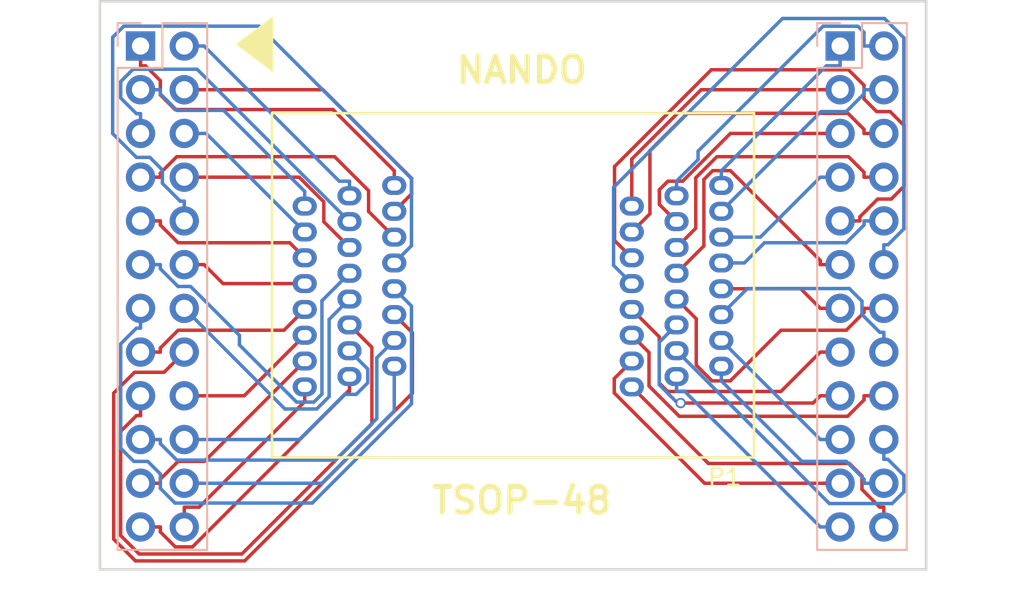
<source format=kicad_pcb>
(kicad_pcb (version 20171130) (host pcbnew 5.0.2-bee76a0~70~ubuntu18.04.1)

  (general
    (thickness 1.6)
    (drawings 7)
    (tracks 300)
    (zones 0)
    (modules 3)
    (nets 49)
  )

  (page A4)
  (layers
    (0 F.Cu signal)
    (31 B.Cu signal)
    (32 B.Adhes user)
    (33 F.Adhes user)
    (34 B.Paste user)
    (35 F.Paste user)
    (36 B.SilkS user)
    (37 F.SilkS user)
    (38 B.Mask user)
    (39 F.Mask user)
    (40 Dwgs.User user)
    (41 Cmts.User user)
    (42 Eco1.User user)
    (43 Eco2.User user)
    (44 Edge.Cuts user)
    (45 Margin user)
    (46 B.CrtYd user)
    (47 F.CrtYd user)
    (48 B.Fab user)
    (49 F.Fab user)
  )

  (setup
    (last_trace_width 0.2)
    (trace_clearance 0.2)
    (zone_clearance 0.508)
    (zone_45_only no)
    (trace_min 0.2)
    (segment_width 0.2)
    (edge_width 0.15)
    (via_size 0.6)
    (via_drill 0.4)
    (via_min_size 0.4)
    (via_min_drill 0.3)
    (uvia_size 0.3)
    (uvia_drill 0.1)
    (uvias_allowed no)
    (uvia_min_size 0.2)
    (uvia_min_drill 0.1)
    (pcb_text_width 0.3)
    (pcb_text_size 1.5 1.5)
    (mod_edge_width 0.15)
    (mod_text_size 1 1)
    (mod_text_width 0.15)
    (pad_size 1.524 1.524)
    (pad_drill 0.762)
    (pad_to_mask_clearance 0.2)
    (solder_mask_min_width 0.25)
    (aux_axis_origin 0 0)
    (visible_elements FFFFFF7F)
    (pcbplotparams
      (layerselection 0x010fc_ffffffff)
      (usegerberextensions false)
      (usegerberattributes true)
      (usegerberadvancedattributes false)
      (creategerberjobfile false)
      (excludeedgelayer true)
      (linewidth 0.100000)
      (plotframeref false)
      (viasonmask false)
      (mode 1)
      (useauxorigin false)
      (hpglpennumber 1)
      (hpglpenspeed 20)
      (hpglpendiameter 15.000000)
      (psnegative false)
      (psa4output false)
      (plotreference true)
      (plotvalue false)
      (plotinvisibletext false)
      (padsonsilk true)
      (subtractmaskfromsilk false)
      (outputformat 1)
      (mirror false)
      (drillshape 0)
      (scaleselection 1)
      (outputdirectory "../../../gerber_adapter_tsop48_v3_4/"))
  )

  (net 0 "")
  (net 1 "Net-(J2-Pad25)")
  (net 2 "Net-(J2-Pad28)")
  (net 3 "Net-(J2-Pad31)")
  (net 4 "Net-(J2-Pad34)")
  (net 5 "Net-(J2-Pad37)")
  (net 6 "Net-(J2-Pad40)")
  (net 7 "Net-(J2-Pad43)")
  (net 8 "Net-(J2-Pad46)")
  (net 9 "Net-(J2-Pad47)")
  (net 10 "Net-(J2-Pad44)")
  (net 11 "Net-(J2-Pad41)")
  (net 12 "Net-(J2-Pad38)")
  (net 13 "Net-(J2-Pad35)")
  (net 14 "Net-(J2-Pad32)")
  (net 15 "Net-(J2-Pad29)")
  (net 16 "Net-(J2-Pad26)")
  (net 17 "Net-(J2-Pad27)")
  (net 18 "Net-(J2-Pad30)")
  (net 19 "Net-(J2-Pad33)")
  (net 20 "Net-(J2-Pad36)")
  (net 21 "Net-(J2-Pad39)")
  (net 22 "Net-(J2-Pad42)")
  (net 23 "Net-(J2-Pad45)")
  (net 24 "Net-(J2-Pad48)")
  (net 25 "Net-(J1-Pad1)")
  (net 26 "Net-(J1-Pad4)")
  (net 27 "Net-(J1-Pad7)")
  (net 28 "Net-(J1-Pad10)")
  (net 29 "Net-(J1-Pad13)")
  (net 30 "Net-(J1-Pad16)")
  (net 31 "Net-(J1-Pad19)")
  (net 32 "Net-(J1-Pad22)")
  (net 33 "Net-(J1-Pad23)")
  (net 34 "Net-(J1-Pad20)")
  (net 35 "Net-(J1-Pad17)")
  (net 36 "Net-(J1-Pad14)")
  (net 37 "Net-(J1-Pad11)")
  (net 38 "Net-(J1-Pad8)")
  (net 39 "Net-(J1-Pad5)")
  (net 40 "Net-(J1-Pad2)")
  (net 41 "Net-(J1-Pad3)")
  (net 42 "Net-(J1-Pad6)")
  (net 43 "Net-(J1-Pad9)")
  (net 44 "Net-(J1-Pad12)")
  (net 45 "Net-(J1-Pad15)")
  (net 46 "Net-(J1-Pad18)")
  (net 47 "Net-(J1-Pad21)")
  (net 48 "Net-(J1-Pad24)")

  (net_class Default "This is the default net class."
    (clearance 0.2)
    (trace_width 0.2)
    (via_dia 0.6)
    (via_drill 0.4)
    (uvia_dia 0.3)
    (uvia_drill 0.1)
    (add_net "Net-(J1-Pad1)")
    (add_net "Net-(J1-Pad10)")
    (add_net "Net-(J1-Pad11)")
    (add_net "Net-(J1-Pad12)")
    (add_net "Net-(J1-Pad13)")
    (add_net "Net-(J1-Pad14)")
    (add_net "Net-(J1-Pad15)")
    (add_net "Net-(J1-Pad16)")
    (add_net "Net-(J1-Pad17)")
    (add_net "Net-(J1-Pad18)")
    (add_net "Net-(J1-Pad19)")
    (add_net "Net-(J1-Pad2)")
    (add_net "Net-(J1-Pad20)")
    (add_net "Net-(J1-Pad21)")
    (add_net "Net-(J1-Pad22)")
    (add_net "Net-(J1-Pad23)")
    (add_net "Net-(J1-Pad24)")
    (add_net "Net-(J1-Pad3)")
    (add_net "Net-(J1-Pad4)")
    (add_net "Net-(J1-Pad5)")
    (add_net "Net-(J1-Pad6)")
    (add_net "Net-(J1-Pad7)")
    (add_net "Net-(J1-Pad8)")
    (add_net "Net-(J1-Pad9)")
    (add_net "Net-(J2-Pad25)")
    (add_net "Net-(J2-Pad26)")
    (add_net "Net-(J2-Pad27)")
    (add_net "Net-(J2-Pad28)")
    (add_net "Net-(J2-Pad29)")
    (add_net "Net-(J2-Pad30)")
    (add_net "Net-(J2-Pad31)")
    (add_net "Net-(J2-Pad32)")
    (add_net "Net-(J2-Pad33)")
    (add_net "Net-(J2-Pad34)")
    (add_net "Net-(J2-Pad35)")
    (add_net "Net-(J2-Pad36)")
    (add_net "Net-(J2-Pad37)")
    (add_net "Net-(J2-Pad38)")
    (add_net "Net-(J2-Pad39)")
    (add_net "Net-(J2-Pad40)")
    (add_net "Net-(J2-Pad41)")
    (add_net "Net-(J2-Pad42)")
    (add_net "Net-(J2-Pad43)")
    (add_net "Net-(J2-Pad44)")
    (add_net "Net-(J2-Pad45)")
    (add_net "Net-(J2-Pad46)")
    (add_net "Net-(J2-Pad47)")
    (add_net "Net-(J2-Pad48)")
  )

  (module lib_fp:PinSocket_2x12_P2.54mm_Vertical_2 (layer B.Cu) (tedit 5CF6B762) (tstamp 5CF82187)
    (at 143.002 85.598 180)
    (descr "Through hole straight socket strip, 2x12, 2.54mm pitch, double cols (from Kicad 4.0.7), script generated")
    (tags "Through hole socket strip THT 2x12 2.54mm double row")
    (path /5CF40FDA)
    (fp_text reference J2 (at -1.27 2.77 180) (layer B.SilkS) hide
      (effects (font (size 1 1) (thickness 0.15)) (justify mirror))
    )
    (fp_text value Conn_02x12_Odd_Even_2 (at -1.27 -30.71 180) (layer B.Fab)
      (effects (font (size 1 1) (thickness 0.15)) (justify mirror))
    )
    (fp_text user %R (at -1.27 -13.97 90) (layer B.Fab)
      (effects (font (size 1 1) (thickness 0.15)) (justify mirror))
    )
    (fp_line (start -4.34 -29.7) (end -4.34 1.8) (layer B.CrtYd) (width 0.05))
    (fp_line (start 1.76 -29.7) (end -4.34 -29.7) (layer B.CrtYd) (width 0.05))
    (fp_line (start 1.76 1.8) (end 1.76 -29.7) (layer B.CrtYd) (width 0.05))
    (fp_line (start -4.34 1.8) (end 1.76 1.8) (layer B.CrtYd) (width 0.05))
    (fp_line (start 0 1.33) (end 1.33 1.33) (layer B.SilkS) (width 0.12))
    (fp_line (start 1.33 1.33) (end 1.33 0) (layer B.SilkS) (width 0.12))
    (fp_line (start -1.27 1.33) (end -1.27 -1.27) (layer B.SilkS) (width 0.12))
    (fp_line (start -1.27 -1.27) (end 1.33 -1.27) (layer B.SilkS) (width 0.12))
    (fp_line (start 1.33 -1.27) (end 1.33 -29.27) (layer B.SilkS) (width 0.12))
    (fp_line (start -3.87 -29.27) (end 1.33 -29.27) (layer B.SilkS) (width 0.12))
    (fp_line (start -3.87 1.33) (end -3.87 -29.27) (layer B.SilkS) (width 0.12))
    (fp_line (start -3.87 1.33) (end -1.27 1.33) (layer B.SilkS) (width 0.12))
    (fp_line (start -3.81 -29.21) (end -3.81 1.27) (layer B.Fab) (width 0.1))
    (fp_line (start 1.27 -29.21) (end -3.81 -29.21) (layer B.Fab) (width 0.1))
    (fp_line (start 1.27 0.27) (end 1.27 -29.21) (layer B.Fab) (width 0.1))
    (fp_line (start 0.27 1.27) (end 1.27 0.27) (layer B.Fab) (width 0.1))
    (fp_line (start -3.81 1.27) (end 0.27 1.27) (layer B.Fab) (width 0.1))
    (pad 25 thru_hole oval (at -2.54 -27.94 180) (size 1.7 1.7) (drill 1) (layers *.Cu *.Mask)
      (net 1 "Net-(J2-Pad25)"))
    (pad 26 thru_hole oval (at 0 -27.94 180) (size 1.7 1.7) (drill 1) (layers *.Cu *.Mask)
      (net 16 "Net-(J2-Pad26)"))
    (pad 27 thru_hole oval (at -2.54 -25.4 180) (size 1.7 1.7) (drill 1) (layers *.Cu *.Mask)
      (net 17 "Net-(J2-Pad27)"))
    (pad 28 thru_hole oval (at 0 -25.4 180) (size 1.7 1.7) (drill 1) (layers *.Cu *.Mask)
      (net 2 "Net-(J2-Pad28)"))
    (pad 29 thru_hole oval (at -2.54 -22.86 180) (size 1.7 1.7) (drill 1) (layers *.Cu *.Mask)
      (net 15 "Net-(J2-Pad29)"))
    (pad 30 thru_hole oval (at 0 -22.86 180) (size 1.7 1.7) (drill 1) (layers *.Cu *.Mask)
      (net 18 "Net-(J2-Pad30)"))
    (pad 31 thru_hole oval (at -2.54 -20.32 180) (size 1.7 1.7) (drill 1) (layers *.Cu *.Mask)
      (net 3 "Net-(J2-Pad31)"))
    (pad 32 thru_hole oval (at 0 -20.32 180) (size 1.7 1.7) (drill 1) (layers *.Cu *.Mask)
      (net 14 "Net-(J2-Pad32)"))
    (pad 33 thru_hole oval (at -2.54 -17.78 180) (size 1.7 1.7) (drill 1) (layers *.Cu *.Mask)
      (net 19 "Net-(J2-Pad33)"))
    (pad 34 thru_hole oval (at 0 -17.78 180) (size 1.7 1.7) (drill 1) (layers *.Cu *.Mask)
      (net 4 "Net-(J2-Pad34)"))
    (pad 35 thru_hole oval (at -2.54 -15.24 180) (size 1.7 1.7) (drill 1) (layers *.Cu *.Mask)
      (net 13 "Net-(J2-Pad35)"))
    (pad 36 thru_hole oval (at 0 -15.24 180) (size 1.7 1.7) (drill 1) (layers *.Cu *.Mask)
      (net 20 "Net-(J2-Pad36)"))
    (pad 37 thru_hole oval (at -2.54 -12.7 180) (size 1.7 1.7) (drill 1) (layers *.Cu *.Mask)
      (net 5 "Net-(J2-Pad37)"))
    (pad 38 thru_hole oval (at 0 -12.7 180) (size 1.7 1.7) (drill 1) (layers *.Cu *.Mask)
      (net 12 "Net-(J2-Pad38)"))
    (pad 39 thru_hole oval (at -2.54 -10.16 180) (size 1.7 1.7) (drill 1) (layers *.Cu *.Mask)
      (net 21 "Net-(J2-Pad39)"))
    (pad 40 thru_hole oval (at 0 -10.16 180) (size 1.7 1.7) (drill 1) (layers *.Cu *.Mask)
      (net 6 "Net-(J2-Pad40)"))
    (pad 41 thru_hole oval (at -2.54 -7.62 180) (size 1.7 1.7) (drill 1) (layers *.Cu *.Mask)
      (net 11 "Net-(J2-Pad41)"))
    (pad 42 thru_hole oval (at 0 -7.62 180) (size 1.7 1.7) (drill 1) (layers *.Cu *.Mask)
      (net 22 "Net-(J2-Pad42)"))
    (pad 43 thru_hole oval (at -2.54 -5.08 180) (size 1.7 1.7) (drill 1) (layers *.Cu *.Mask)
      (net 7 "Net-(J2-Pad43)"))
    (pad 44 thru_hole oval (at 0 -5.08 180) (size 1.7 1.7) (drill 1) (layers *.Cu *.Mask)
      (net 10 "Net-(J2-Pad44)"))
    (pad 45 thru_hole oval (at -2.54 -2.54 180) (size 1.7 1.7) (drill 1) (layers *.Cu *.Mask)
      (net 23 "Net-(J2-Pad45)"))
    (pad 46 thru_hole oval (at 0 -2.54 180) (size 1.7 1.7) (drill 1) (layers *.Cu *.Mask)
      (net 8 "Net-(J2-Pad46)"))
    (pad 47 thru_hole oval (at -2.54 0 180) (size 1.7 1.7) (drill 1) (layers *.Cu *.Mask)
      (net 9 "Net-(J2-Pad47)"))
    (pad 48 thru_hole rect (at 0 0 180) (size 1.7 1.7) (drill 1) (layers *.Cu *.Mask)
      (net 24 "Net-(J2-Pad48)"))
    (model ${KISYS3DMOD}/Connector_PinSocket_2.54mm.3dshapes/PinSocket_2x12_P2.54mm_Vertical.wrl
      (at (xyz 0 0 0))
      (scale (xyz 1 1 1))
      (rotate (xyz 0 0 0))
    )
  )

  (module lib_fp:PinSocket_2x12_P2.54mm_Vertical (layer B.Cu) (tedit 5CF6B75C) (tstamp 5CF821B4)
    (at 102.362 85.598 180)
    (descr "Through hole straight socket strip, 2x12, 2.54mm pitch, double cols (from Kicad 4.0.7), script generated")
    (tags "Through hole socket strip THT 2x12 2.54mm double row")
    (path /5CF40E79)
    (fp_text reference J1 (at -1.27 2.77 180) (layer B.SilkS) hide
      (effects (font (size 1 1) (thickness 0.15)) (justify mirror))
    )
    (fp_text value Conn_02x12_Odd_Even_1 (at -1.27 -30.71 180) (layer B.Fab)
      (effects (font (size 1 1) (thickness 0.15)) (justify mirror))
    )
    (fp_line (start -3.81 1.27) (end 0.27 1.27) (layer B.Fab) (width 0.1))
    (fp_line (start 0.27 1.27) (end 1.27 0.27) (layer B.Fab) (width 0.1))
    (fp_line (start 1.27 0.27) (end 1.27 -29.21) (layer B.Fab) (width 0.1))
    (fp_line (start 1.27 -29.21) (end -3.81 -29.21) (layer B.Fab) (width 0.1))
    (fp_line (start -3.81 -29.21) (end -3.81 1.27) (layer B.Fab) (width 0.1))
    (fp_line (start -3.87 1.33) (end -1.27 1.33) (layer B.SilkS) (width 0.12))
    (fp_line (start -3.87 1.33) (end -3.87 -29.27) (layer B.SilkS) (width 0.12))
    (fp_line (start -3.87 -29.27) (end 1.33 -29.27) (layer B.SilkS) (width 0.12))
    (fp_line (start 1.33 -1.27) (end 1.33 -29.27) (layer B.SilkS) (width 0.12))
    (fp_line (start -1.27 -1.27) (end 1.33 -1.27) (layer B.SilkS) (width 0.12))
    (fp_line (start -1.27 1.33) (end -1.27 -1.27) (layer B.SilkS) (width 0.12))
    (fp_line (start 1.33 1.33) (end 1.33 0) (layer B.SilkS) (width 0.12))
    (fp_line (start 0 1.33) (end 1.33 1.33) (layer B.SilkS) (width 0.12))
    (fp_line (start -4.34 1.8) (end 1.76 1.8) (layer B.CrtYd) (width 0.05))
    (fp_line (start 1.76 1.8) (end 1.76 -29.7) (layer B.CrtYd) (width 0.05))
    (fp_line (start 1.76 -29.7) (end -4.34 -29.7) (layer B.CrtYd) (width 0.05))
    (fp_line (start -4.34 -29.7) (end -4.34 1.8) (layer B.CrtYd) (width 0.05))
    (fp_text user %R (at -1.27 -13.97 90) (layer B.Fab)
      (effects (font (size 1 1) (thickness 0.15)) (justify mirror))
    )
    (pad 1 thru_hole rect (at 0 0 180) (size 1.7 1.7) (drill 1) (layers *.Cu *.Mask)
      (net 25 "Net-(J1-Pad1)"))
    (pad 2 thru_hole oval (at -2.54 0 180) (size 1.7 1.7) (drill 1) (layers *.Cu *.Mask)
      (net 40 "Net-(J1-Pad2)"))
    (pad 3 thru_hole oval (at 0 -2.54 180) (size 1.7 1.7) (drill 1) (layers *.Cu *.Mask)
      (net 41 "Net-(J1-Pad3)"))
    (pad 4 thru_hole oval (at -2.54 -2.54 180) (size 1.7 1.7) (drill 1) (layers *.Cu *.Mask)
      (net 26 "Net-(J1-Pad4)"))
    (pad 5 thru_hole oval (at 0 -5.08 180) (size 1.7 1.7) (drill 1) (layers *.Cu *.Mask)
      (net 39 "Net-(J1-Pad5)"))
    (pad 6 thru_hole oval (at -2.54 -5.08 180) (size 1.7 1.7) (drill 1) (layers *.Cu *.Mask)
      (net 42 "Net-(J1-Pad6)"))
    (pad 7 thru_hole oval (at 0 -7.62 180) (size 1.7 1.7) (drill 1) (layers *.Cu *.Mask)
      (net 27 "Net-(J1-Pad7)"))
    (pad 8 thru_hole oval (at -2.54 -7.62 180) (size 1.7 1.7) (drill 1) (layers *.Cu *.Mask)
      (net 38 "Net-(J1-Pad8)"))
    (pad 9 thru_hole oval (at 0 -10.16 180) (size 1.7 1.7) (drill 1) (layers *.Cu *.Mask)
      (net 43 "Net-(J1-Pad9)"))
    (pad 10 thru_hole oval (at -2.54 -10.16 180) (size 1.7 1.7) (drill 1) (layers *.Cu *.Mask)
      (net 28 "Net-(J1-Pad10)"))
    (pad 11 thru_hole oval (at 0 -12.7 180) (size 1.7 1.7) (drill 1) (layers *.Cu *.Mask)
      (net 37 "Net-(J1-Pad11)"))
    (pad 12 thru_hole oval (at -2.54 -12.7 180) (size 1.7 1.7) (drill 1) (layers *.Cu *.Mask)
      (net 44 "Net-(J1-Pad12)"))
    (pad 13 thru_hole oval (at 0 -15.24 180) (size 1.7 1.7) (drill 1) (layers *.Cu *.Mask)
      (net 29 "Net-(J1-Pad13)"))
    (pad 14 thru_hole oval (at -2.54 -15.24 180) (size 1.7 1.7) (drill 1) (layers *.Cu *.Mask)
      (net 36 "Net-(J1-Pad14)"))
    (pad 15 thru_hole oval (at 0 -17.78 180) (size 1.7 1.7) (drill 1) (layers *.Cu *.Mask)
      (net 45 "Net-(J1-Pad15)"))
    (pad 16 thru_hole oval (at -2.54 -17.78 180) (size 1.7 1.7) (drill 1) (layers *.Cu *.Mask)
      (net 30 "Net-(J1-Pad16)"))
    (pad 17 thru_hole oval (at 0 -20.32 180) (size 1.7 1.7) (drill 1) (layers *.Cu *.Mask)
      (net 35 "Net-(J1-Pad17)"))
    (pad 18 thru_hole oval (at -2.54 -20.32 180) (size 1.7 1.7) (drill 1) (layers *.Cu *.Mask)
      (net 46 "Net-(J1-Pad18)"))
    (pad 19 thru_hole oval (at 0 -22.86 180) (size 1.7 1.7) (drill 1) (layers *.Cu *.Mask)
      (net 31 "Net-(J1-Pad19)"))
    (pad 20 thru_hole oval (at -2.54 -22.86 180) (size 1.7 1.7) (drill 1) (layers *.Cu *.Mask)
      (net 34 "Net-(J1-Pad20)"))
    (pad 21 thru_hole oval (at 0 -25.4 180) (size 1.7 1.7) (drill 1) (layers *.Cu *.Mask)
      (net 47 "Net-(J1-Pad21)"))
    (pad 22 thru_hole oval (at -2.54 -25.4 180) (size 1.7 1.7) (drill 1) (layers *.Cu *.Mask)
      (net 32 "Net-(J1-Pad22)"))
    (pad 23 thru_hole oval (at 0 -27.94 180) (size 1.7 1.7) (drill 1) (layers *.Cu *.Mask)
      (net 33 "Net-(J1-Pad23)"))
    (pad 24 thru_hole oval (at -2.54 -27.94 180) (size 1.7 1.7) (drill 1) (layers *.Cu *.Mask)
      (net 48 "Net-(J1-Pad24)"))
    (model ${KISYS3DMOD}/Connector_PinSocket_2.54mm.3dshapes/PinSocket_2x12_P2.54mm_Vertical.wrl
      (at (xyz 0 0 0))
      (scale (xyz 1 1 1))
      (rotate (xyz 0 0 0))
    )
  )

  (module lib_fp:TSOP-48 (layer F.Cu) (tedit 5CF3EA76) (tstamp 5CF5FECE)
    (at 138 89.5)
    (path /5CF40DF6)
    (fp_text reference P1 (at -1.7 21.14) (layer F.SilkS)
      (effects (font (size 1 1) (thickness 0.15)))
    )
    (fp_text value TSOP-48_adapter (at -21 -1) (layer F.Fab) hide
      (effects (font (size 1 1) (thickness 0.15)))
    )
    (fp_line (start -28 0) (end 0 0) (layer F.SilkS) (width 0.15))
    (fp_line (start 0 0) (end 0 20) (layer F.SilkS) (width 0.15))
    (fp_line (start 0 20) (end -28 20) (layer F.SilkS) (width 0.15))
    (fp_line (start -28 20) (end -28 0) (layer F.SilkS) (width 0.15))
    (fp_line (start -28.067 -0.127) (end -28.067 20.066) (layer F.CrtYd) (width 0.15))
    (fp_line (start -28.067 20.066) (end 0.127 20.066) (layer F.CrtYd) (width 0.15))
    (fp_line (start 0.127 20.066) (end 0.127 -0.127) (layer F.CrtYd) (width 0.15))
    (fp_line (start 0.127 -0.127) (end -28.067 -0.127) (layer F.CrtYd) (width 0.15))
    (pad 25 thru_hole oval (at -7.1 15.9) (size 1.4 1.1) (drill oval 0.8 0.6) (layers *.Cu *.Mask)
      (net 1 "Net-(J2-Pad25)"))
    (pad 28 thru_hole oval (at -7.1 14.4) (size 1.4 1.1) (drill oval 0.8 0.6) (layers *.Cu *.Mask)
      (net 2 "Net-(J2-Pad28)"))
    (pad 31 thru_hole oval (at -7.1 12.9) (size 1.4 1.1) (drill oval 0.8 0.6) (layers *.Cu *.Mask)
      (net 3 "Net-(J2-Pad31)"))
    (pad 34 thru_hole oval (at -7.1 11.4) (size 1.4 1.1) (drill oval 0.8 0.6) (layers *.Cu *.Mask)
      (net 4 "Net-(J2-Pad34)"))
    (pad 37 thru_hole oval (at -7.1 9.9) (size 1.4 1.1) (drill oval 0.8 0.6) (layers *.Cu *.Mask)
      (net 5 "Net-(J2-Pad37)"))
    (pad 40 thru_hole oval (at -7.1 8.4) (size 1.4 1.1) (drill oval 0.8 0.6) (layers *.Cu *.Mask)
      (net 6 "Net-(J2-Pad40)"))
    (pad 43 thru_hole oval (at -7.1 6.9) (size 1.4 1.1) (drill oval 0.8 0.6) (layers *.Cu *.Mask)
      (net 7 "Net-(J2-Pad43)"))
    (pad 46 thru_hole oval (at -7.1 5.4) (size 1.4 1.1) (drill oval 0.8 0.6) (layers *.Cu *.Mask)
      (net 8 "Net-(J2-Pad46)"))
    (pad 47 thru_hole oval (at -4.5 4.8) (size 1.4 1.1) (drill oval 0.8 0.6) (layers *.Cu *.Mask)
      (net 9 "Net-(J2-Pad47)"))
    (pad 44 thru_hole oval (at -4.5 6.3) (size 1.4 1.1) (drill oval 0.8 0.6) (layers *.Cu *.Mask)
      (net 10 "Net-(J2-Pad44)"))
    (pad 41 thru_hole oval (at -4.5 7.8) (size 1.4 1.1) (drill oval 0.8 0.6) (layers *.Cu *.Mask)
      (net 11 "Net-(J2-Pad41)"))
    (pad 38 thru_hole oval (at -4.5 9.3) (size 1.4 1.1) (drill oval 0.8 0.6) (layers *.Cu *.Mask)
      (net 12 "Net-(J2-Pad38)"))
    (pad 35 thru_hole oval (at -4.5 10.8) (size 1.4 1.1) (drill oval 0.8 0.6) (layers *.Cu *.Mask)
      (net 13 "Net-(J2-Pad35)"))
    (pad 32 thru_hole oval (at -4.5 12.3) (size 1.4 1.1) (drill oval 0.8 0.6) (layers *.Cu *.Mask)
      (net 14 "Net-(J2-Pad32)"))
    (pad 29 thru_hole oval (at -4.5 13.8) (size 1.4 1.1) (drill oval 0.8 0.6) (layers *.Cu *.Mask)
      (net 15 "Net-(J2-Pad29)"))
    (pad 26 thru_hole oval (at -4.5 15.3) (size 1.4 1.1) (drill oval 0.8 0.6) (layers *.Cu *.Mask)
      (net 16 "Net-(J2-Pad26)"))
    (pad 27 thru_hole oval (at -1.9 14.7) (size 1.4 1.1) (drill oval 0.8 0.6) (layers *.Cu *.Mask)
      (net 17 "Net-(J2-Pad27)"))
    (pad 30 thru_hole oval (at -1.9 13.2) (size 1.4 1.1) (drill oval 0.8 0.6) (layers *.Cu *.Mask)
      (net 18 "Net-(J2-Pad30)"))
    (pad 33 thru_hole oval (at -1.9 11.7) (size 1.4 1.1) (drill oval 0.8 0.6) (layers *.Cu *.Mask)
      (net 19 "Net-(J2-Pad33)"))
    (pad 36 thru_hole oval (at -1.9 10.2) (size 1.4 1.1) (drill oval 0.8 0.6) (layers *.Cu *.Mask)
      (net 20 "Net-(J2-Pad36)"))
    (pad 39 thru_hole oval (at -1.9 8.7) (size 1.4 1.1) (drill oval 0.8 0.6) (layers *.Cu *.Mask)
      (net 21 "Net-(J2-Pad39)"))
    (pad 42 thru_hole oval (at -1.9 7.2) (size 1.4 1.1) (drill oval 0.8 0.6) (layers *.Cu *.Mask)
      (net 22 "Net-(J2-Pad42)"))
    (pad 45 thru_hole oval (at -1.9 5.7) (size 1.4 1.1) (drill oval 0.8 0.6) (layers *.Cu *.Mask)
      (net 23 "Net-(J2-Pad45)"))
    (pad 48 thru_hole oval (at -1.9 4.2) (size 1.4 1.1) (drill oval 0.8 0.6) (layers *.Cu *.Mask)
      (net 24 "Net-(J2-Pad48)"))
    (pad 1 thru_hole oval (at -20.9 4.2) (size 1.4 1.1) (drill oval 0.8 0.6) (layers *.Cu *.Mask)
      (net 25 "Net-(J1-Pad1)"))
    (pad 4 thru_hole oval (at -20.9 5.7) (size 1.4 1.1) (drill oval 0.8 0.6) (layers *.Cu *.Mask)
      (net 26 "Net-(J1-Pad4)"))
    (pad 7 thru_hole oval (at -20.9 7.2) (size 1.4 1.1) (drill oval 0.8 0.6) (layers *.Cu *.Mask)
      (net 27 "Net-(J1-Pad7)"))
    (pad 10 thru_hole oval (at -20.9 8.7) (size 1.4 1.1) (drill oval 0.8 0.6) (layers *.Cu *.Mask)
      (net 28 "Net-(J1-Pad10)"))
    (pad 13 thru_hole oval (at -20.9 10.2) (size 1.4 1.1) (drill oval 0.8 0.6) (layers *.Cu *.Mask)
      (net 29 "Net-(J1-Pad13)"))
    (pad 16 thru_hole oval (at -20.9 11.7) (size 1.4 1.1) (drill oval 0.8 0.6) (layers *.Cu *.Mask)
      (net 30 "Net-(J1-Pad16)"))
    (pad 19 thru_hole oval (at -20.9 13.2) (size 1.4 1.1) (drill oval 0.8 0.6) (layers *.Cu *.Mask)
      (net 31 "Net-(J1-Pad19)"))
    (pad 22 thru_hole oval (at -20.9 14.7) (size 1.4 1.1) (drill oval 0.8 0.6) (layers *.Cu *.Mask)
      (net 32 "Net-(J1-Pad22)"))
    (pad 23 thru_hole oval (at -23.5 15.3) (size 1.4 1.1) (drill oval 0.8 0.6) (layers *.Cu *.Mask)
      (net 33 "Net-(J1-Pad23)"))
    (pad 20 thru_hole oval (at -23.5 13.8) (size 1.4 1.1) (drill oval 0.8 0.6) (layers *.Cu *.Mask)
      (net 34 "Net-(J1-Pad20)"))
    (pad 17 thru_hole oval (at -23.5 12.3) (size 1.4 1.1) (drill oval 0.8 0.6) (layers *.Cu *.Mask)
      (net 35 "Net-(J1-Pad17)"))
    (pad 14 thru_hole oval (at -23.5 10.8) (size 1.4 1.1) (drill oval 0.8 0.6) (layers *.Cu *.Mask)
      (net 36 "Net-(J1-Pad14)"))
    (pad 11 thru_hole oval (at -23.5 9.3) (size 1.4 1.1) (drill oval 0.8 0.6) (layers *.Cu *.Mask)
      (net 37 "Net-(J1-Pad11)"))
    (pad 8 thru_hole oval (at -23.5 7.8) (size 1.4 1.1) (drill oval 0.8 0.6) (layers *.Cu *.Mask)
      (net 38 "Net-(J1-Pad8)"))
    (pad 5 thru_hole oval (at -23.5 6.3) (size 1.4 1.1) (drill oval 0.8 0.6) (layers *.Cu *.Mask)
      (net 39 "Net-(J1-Pad5)"))
    (pad 2 thru_hole oval (at -23.5 4.8) (size 1.4 1.1) (drill oval 0.8 0.6) (layers *.Cu *.Mask)
      (net 40 "Net-(J1-Pad2)"))
    (pad 3 thru_hole oval (at -26.1 5.4) (size 1.4 1.1) (drill oval 0.8 0.6) (layers *.Cu *.Mask)
      (net 41 "Net-(J1-Pad3)"))
    (pad 6 thru_hole oval (at -26.1 6.9) (size 1.4 1.1) (drill oval 0.8 0.6) (layers *.Cu *.Mask)
      (net 42 "Net-(J1-Pad6)"))
    (pad 9 thru_hole oval (at -26.1 8.4) (size 1.4 1.1) (drill oval 0.8 0.6) (layers *.Cu *.Mask)
      (net 43 "Net-(J1-Pad9)"))
    (pad 12 thru_hole oval (at -26.1 9.9) (size 1.4 1.1) (drill oval 0.8 0.6) (layers *.Cu *.Mask)
      (net 44 "Net-(J1-Pad12)"))
    (pad 15 thru_hole oval (at -26.1 11.4) (size 1.4 1.1) (drill oval 0.8 0.6) (layers *.Cu *.Mask)
      (net 45 "Net-(J1-Pad15)"))
    (pad 18 thru_hole oval (at -26.1 12.9) (size 1.4 1.1) (drill oval 0.8 0.6) (layers *.Cu *.Mask)
      (net 46 "Net-(J1-Pad18)"))
    (pad 21 thru_hole oval (at -26.1 14.4) (size 1.4 1.1) (drill oval 0.8 0.6) (layers *.Cu *.Mask)
      (net 47 "Net-(J1-Pad21)"))
    (pad 24 thru_hole oval (at -26.1 15.9) (size 1.4 1.1) (drill oval 0.8 0.6) (layers *.Cu *.Mask)
      (net 48 "Net-(J1-Pad24)"))
    (pad "" np_thru_hole circle (at -23.4 17.6) (size 1.7 1.7) (drill 1.7) (layers *.Cu *.Mask))
    (pad "" np_thru_hole circle (at -4.6 2.4) (size 1.7 1.7) (drill 1.7) (layers *.Cu *.Mask))
  )

  (gr_text NANDO (at 124.5 87) (layer F.SilkS)
    (effects (font (size 1.5 1.5) (thickness 0.3)))
  )
  (gr_poly (pts (xy 108 85.5) (xy 110 84) (xy 110 87)) (layer F.SilkS) (width 0.15))
  (gr_text TSOP-48 (at 124.5 112) (layer F.SilkS)
    (effects (font (size 1.5 1.5) (thickness 0.3)))
  )
  (gr_line (start 100 116) (end 100 83) (layer Edge.Cuts) (width 0.15))
  (gr_line (start 148 116) (end 100 116) (layer Edge.Cuts) (width 0.15))
  (gr_line (start 148 83) (end 148 116) (layer Edge.Cuts) (width 0.15))
  (gr_line (start 100 83) (end 148 83) (layer Edge.Cuts) (width 0.15))

  (segment (start 145.542 113.538) (end 145.542 112.3877) (width 0.2) (layer F.Cu) (net 1))
  (segment (start 130.9 105.4) (end 135.3476 109.8476) (width 0.2) (layer F.Cu) (net 1))
  (segment (start 135.3476 109.8476) (end 143.5401 109.8476) (width 0.2) (layer F.Cu) (net 1))
  (segment (start 143.5401 109.8476) (end 144.272 110.5795) (width 0.2) (layer F.Cu) (net 1))
  (segment (start 144.272 110.5795) (end 144.272 111.3561) (width 0.2) (layer F.Cu) (net 1))
  (segment (start 144.272 111.3561) (end 145.3036 112.3877) (width 0.2) (layer F.Cu) (net 1))
  (segment (start 145.3036 112.3877) (end 145.542 112.3877) (width 0.2) (layer F.Cu) (net 1))
  (segment (start 130.9 103.9) (end 129.8803 104.9197) (width 0.2) (layer F.Cu) (net 2))
  (segment (start 129.8803 104.9197) (end 129.8803 105.7525) (width 0.2) (layer F.Cu) (net 2))
  (segment (start 129.8803 105.7525) (end 135.1258 110.998) (width 0.2) (layer F.Cu) (net 2))
  (segment (start 135.1258 110.998) (end 143.002 110.998) (width 0.2) (layer F.Cu) (net 2))
  (segment (start 130.9 102.4) (end 131.9004 103.4004) (width 0.2) (layer F.Cu) (net 3))
  (segment (start 131.9004 103.4004) (end 131.9004 105.3498) (width 0.2) (layer F.Cu) (net 3))
  (segment (start 131.9004 105.3498) (end 133.6592 107.1086) (width 0.2) (layer F.Cu) (net 3))
  (segment (start 133.6592 107.1086) (end 143.4394 107.1086) (width 0.2) (layer F.Cu) (net 3))
  (segment (start 143.4394 107.1086) (end 144.3917 106.1563) (width 0.2) (layer F.Cu) (net 3))
  (segment (start 144.3917 106.1563) (end 144.3917 105.918) (width 0.2) (layer F.Cu) (net 3))
  (segment (start 145.542 105.918) (end 144.3917 105.918) (width 0.2) (layer F.Cu) (net 3))
  (segment (start 143.002 103.378) (end 141.8517 103.378) (width 0.2) (layer F.Cu) (net 4))
  (segment (start 130.9 100.9) (end 132.4918 102.4918) (width 0.2) (layer F.Cu) (net 4))
  (segment (start 132.4918 102.4918) (end 132.4918 105.1756) (width 0.2) (layer F.Cu) (net 4))
  (segment (start 132.4918 105.1756) (end 132.984 105.6678) (width 0.2) (layer F.Cu) (net 4))
  (segment (start 132.984 105.6678) (end 139.5619 105.6678) (width 0.2) (layer F.Cu) (net 4))
  (segment (start 139.5619 105.6678) (end 141.8517 103.378) (width 0.2) (layer F.Cu) (net 4))
  (segment (start 145.542 98.298) (end 145.542 97.1477) (width 0.2) (layer B.Cu) (net 5))
  (segment (start 130.9 99.4) (end 129.8419 98.3419) (width 0.2) (layer B.Cu) (net 5))
  (segment (start 129.8419 98.3419) (end 129.8419 93.8112) (width 0.2) (layer B.Cu) (net 5))
  (segment (start 129.8419 93.8112) (end 139.6534 83.9997) (width 0.2) (layer B.Cu) (net 5))
  (segment (start 139.6534 83.9997) (end 145.5806 83.9997) (width 0.2) (layer B.Cu) (net 5))
  (segment (start 145.5806 83.9997) (end 146.7013 85.1204) (width 0.2) (layer B.Cu) (net 5))
  (segment (start 146.7013 85.1204) (end 146.7013 96.2267) (width 0.2) (layer B.Cu) (net 5))
  (segment (start 146.7013 96.2267) (end 145.7803 97.1477) (width 0.2) (layer B.Cu) (net 5))
  (segment (start 145.7803 97.1477) (end 145.542 97.1477) (width 0.2) (layer B.Cu) (net 5))
  (segment (start 143.002 95.758) (end 144.1523 95.758) (width 0.2) (layer F.Cu) (net 6))
  (segment (start 130.9 97.9) (end 129.8974 96.8974) (width 0.2) (layer F.Cu) (net 6))
  (segment (start 129.8974 96.8974) (end 129.8974 92.5994) (width 0.2) (layer F.Cu) (net 6))
  (segment (start 129.8974 92.5994) (end 135.5175 86.9793) (width 0.2) (layer F.Cu) (net 6))
  (segment (start 135.5175 86.9793) (end 143.4926 86.9793) (width 0.2) (layer F.Cu) (net 6))
  (segment (start 143.4926 86.9793) (end 144.3916 87.8783) (width 0.2) (layer F.Cu) (net 6))
  (segment (start 144.3916 87.8783) (end 144.3916 88.6761) (width 0.2) (layer F.Cu) (net 6))
  (segment (start 144.3916 88.6761) (end 145.1235 89.408) (width 0.2) (layer F.Cu) (net 6))
  (segment (start 145.1235 89.408) (end 145.908 89.408) (width 0.2) (layer F.Cu) (net 6))
  (segment (start 145.908 89.408) (end 146.748 90.248) (width 0.2) (layer F.Cu) (net 6))
  (segment (start 146.748 90.248) (end 146.748 93.7128) (width 0.2) (layer F.Cu) (net 6))
  (segment (start 146.748 93.7128) (end 145.9728 94.488) (width 0.2) (layer F.Cu) (net 6))
  (segment (start 145.9728 94.488) (end 145.1839 94.488) (width 0.2) (layer F.Cu) (net 6))
  (segment (start 145.1839 94.488) (end 144.1523 95.5196) (width 0.2) (layer F.Cu) (net 6))
  (segment (start 144.1523 95.5196) (end 144.1523 95.758) (width 0.2) (layer F.Cu) (net 6))
  (segment (start 145.542 90.678) (end 144.3917 90.678) (width 0.2) (layer F.Cu) (net 7))
  (segment (start 130.9 96.4) (end 131.9538 95.3462) (width 0.2) (layer F.Cu) (net 7))
  (segment (start 131.9538 95.3462) (end 131.9538 91.677) (width 0.2) (layer F.Cu) (net 7))
  (segment (start 131.9538 91.677) (end 134.1227 89.5081) (width 0.2) (layer F.Cu) (net 7))
  (segment (start 134.1227 89.5081) (end 143.4601 89.5081) (width 0.2) (layer F.Cu) (net 7))
  (segment (start 143.4601 89.5081) (end 144.3917 90.4397) (width 0.2) (layer F.Cu) (net 7))
  (segment (start 144.3917 90.4397) (end 144.3917 90.678) (width 0.2) (layer F.Cu) (net 7))
  (segment (start 130.9 94.9) (end 130.9 92.1645) (width 0.2) (layer F.Cu) (net 8))
  (segment (start 130.9 92.1645) (end 134.9265 88.138) (width 0.2) (layer F.Cu) (net 8))
  (segment (start 134.9265 88.138) (end 143.002 88.138) (width 0.2) (layer F.Cu) (net 8))
  (segment (start 133.5 94.3) (end 133.5 93.4497) (width 0.2) (layer B.Cu) (net 9))
  (segment (start 145.542 85.598) (end 144.3917 85.598) (width 0.2) (layer B.Cu) (net 9))
  (segment (start 144.3917 85.598) (end 144.3917 84.8072) (width 0.2) (layer B.Cu) (net 9))
  (segment (start 144.3917 84.8072) (end 144.0321 84.4476) (width 0.2) (layer B.Cu) (net 9))
  (segment (start 144.0321 84.4476) (end 142.0085 84.4476) (width 0.2) (layer B.Cu) (net 9))
  (segment (start 142.0085 84.4476) (end 134.7496 91.7065) (width 0.2) (layer B.Cu) (net 9))
  (segment (start 134.7496 91.7065) (end 134.7496 92.2001) (width 0.2) (layer B.Cu) (net 9))
  (segment (start 134.7496 92.2001) (end 133.5 93.4497) (width 0.2) (layer B.Cu) (net 9))
  (segment (start 143.002 90.678) (end 136.6287 90.678) (width 0.2) (layer F.Cu) (net 10))
  (segment (start 136.6287 90.678) (end 133.857 93.4497) (width 0.2) (layer F.Cu) (net 10))
  (segment (start 133.857 93.4497) (end 132.9978 93.4497) (width 0.2) (layer F.Cu) (net 10))
  (segment (start 132.9978 93.4497) (end 132.4997 93.9478) (width 0.2) (layer F.Cu) (net 10))
  (segment (start 132.4997 93.9478) (end 132.4997 94.7997) (width 0.2) (layer F.Cu) (net 10))
  (segment (start 132.4997 94.7997) (end 133.5 95.8) (width 0.2) (layer F.Cu) (net 10))
  (segment (start 144.3917 93.218) (end 144.3917 92.9304) (width 0.2) (layer F.Cu) (net 11))
  (segment (start 144.3917 92.9304) (end 143.4908 92.0295) (width 0.2) (layer F.Cu) (net 11))
  (segment (start 143.4908 92.0295) (end 135.8433 92.0295) (width 0.2) (layer F.Cu) (net 11))
  (segment (start 135.8433 92.0295) (end 134.6173 93.2555) (width 0.2) (layer F.Cu) (net 11))
  (segment (start 134.6173 93.2555) (end 134.6173 96.1827) (width 0.2) (layer F.Cu) (net 11))
  (segment (start 134.6173 96.1827) (end 133.5 97.3) (width 0.2) (layer F.Cu) (net 11))
  (segment (start 145.542 93.218) (end 144.3917 93.218) (width 0.2) (layer F.Cu) (net 11))
  (segment (start 143.002 98.298) (end 141.8517 98.298) (width 0.2) (layer F.Cu) (net 12))
  (segment (start 133.5 98.8) (end 135.0882 97.2118) (width 0.2) (layer F.Cu) (net 12))
  (segment (start 135.0882 97.2118) (end 135.0882 93.3507) (width 0.2) (layer F.Cu) (net 12))
  (segment (start 135.0882 93.3507) (end 135.6008 92.8381) (width 0.2) (layer F.Cu) (net 12))
  (segment (start 135.6008 92.8381) (end 136.6301 92.8381) (width 0.2) (layer F.Cu) (net 12))
  (segment (start 136.6301 92.8381) (end 141.8517 98.0597) (width 0.2) (layer F.Cu) (net 12))
  (segment (start 141.8517 98.0597) (end 141.8517 98.298) (width 0.2) (layer F.Cu) (net 12))
  (segment (start 145.542 100.838) (end 144.3917 100.838) (width 0.2) (layer F.Cu) (net 13))
  (segment (start 133.5 100.3) (end 134.644 101.444) (width 0.2) (layer F.Cu) (net 13))
  (segment (start 134.644 101.444) (end 134.644 104.1392) (width 0.2) (layer F.Cu) (net 13))
  (segment (start 134.644 104.1392) (end 135.5556 105.0508) (width 0.2) (layer F.Cu) (net 13))
  (segment (start 135.5556 105.0508) (end 136.6232 105.0508) (width 0.2) (layer F.Cu) (net 13))
  (segment (start 136.6232 105.0508) (end 139.566 102.108) (width 0.2) (layer F.Cu) (net 13))
  (segment (start 139.566 102.108) (end 143.36 102.108) (width 0.2) (layer F.Cu) (net 13))
  (segment (start 143.36 102.108) (end 144.3917 101.0763) (width 0.2) (layer F.Cu) (net 13))
  (segment (start 144.3917 101.0763) (end 144.3917 100.838) (width 0.2) (layer F.Cu) (net 13))
  (segment (start 143.002 105.918) (end 141.8517 105.918) (width 0.2) (layer F.Cu) (net 14))
  (segment (start 133.7394 106.3399) (end 141.4298 106.3399) (width 0.2) (layer F.Cu) (net 14))
  (segment (start 141.4298 106.3399) (end 141.8517 105.918) (width 0.2) (layer F.Cu) (net 14))
  (segment (start 133.5 101.8) (end 132.4935 102.8065) (width 0.2) (layer B.Cu) (net 14))
  (segment (start 132.4935 102.8065) (end 132.4935 105.2721) (width 0.2) (layer B.Cu) (net 14))
  (segment (start 132.4935 105.2721) (end 133.5613 106.3399) (width 0.2) (layer B.Cu) (net 14))
  (segment (start 133.5613 106.3399) (end 133.7394 106.3399) (width 0.2) (layer B.Cu) (net 14))
  (via (at 133.7394 106.3399) (size 0.6) (layers F.Cu B.Cu) (net 14))
  (segment (start 145.542 108.458) (end 145.542 109.6083) (width 0.2) (layer B.Cu) (net 15))
  (segment (start 133.5 103.3) (end 142.3765 112.1765) (width 0.2) (layer B.Cu) (net 15))
  (segment (start 142.3765 112.1765) (end 146.0263 112.1765) (width 0.2) (layer B.Cu) (net 15))
  (segment (start 146.0263 112.1765) (end 146.7053 111.4975) (width 0.2) (layer B.Cu) (net 15))
  (segment (start 146.7053 111.4975) (end 146.7053 110.5333) (width 0.2) (layer B.Cu) (net 15))
  (segment (start 146.7053 110.5333) (end 145.7803 109.6083) (width 0.2) (layer B.Cu) (net 15))
  (segment (start 145.7803 109.6083) (end 145.542 109.6083) (width 0.2) (layer B.Cu) (net 15))
  (segment (start 143.002 113.538) (end 141.8517 113.538) (width 0.2) (layer B.Cu) (net 16))
  (segment (start 133.5 104.8) (end 133.5 105.6503) (width 0.2) (layer B.Cu) (net 16))
  (segment (start 133.5 105.6503) (end 133.964 105.6503) (width 0.2) (layer B.Cu) (net 16))
  (segment (start 133.964 105.6503) (end 141.8517 113.538) (width 0.2) (layer B.Cu) (net 16))
  (segment (start 145.542 110.998) (end 144.3917 110.998) (width 0.2) (layer B.Cu) (net 17))
  (segment (start 136.1 104.2) (end 136.1 105.0503) (width 0.2) (layer B.Cu) (net 17))
  (segment (start 136.1 105.0503) (end 140.7777 109.728) (width 0.2) (layer B.Cu) (net 17))
  (segment (start 140.7777 109.728) (end 143.36 109.728) (width 0.2) (layer B.Cu) (net 17))
  (segment (start 143.36 109.728) (end 144.3917 110.7597) (width 0.2) (layer B.Cu) (net 17))
  (segment (start 144.3917 110.7597) (end 144.3917 110.998) (width 0.2) (layer B.Cu) (net 17))
  (segment (start 143.002 108.458) (end 141.8517 108.458) (width 0.2) (layer B.Cu) (net 18))
  (segment (start 136.1 102.7) (end 141.8517 108.4517) (width 0.2) (layer B.Cu) (net 18))
  (segment (start 141.8517 108.4517) (end 141.8517 108.458) (width 0.2) (layer B.Cu) (net 18))
  (segment (start 145.542 103.378) (end 145.542 102.2277) (width 0.2) (layer B.Cu) (net 19))
  (segment (start 136.1 101.2) (end 137.6124 99.6876) (width 0.2) (layer B.Cu) (net 19))
  (segment (start 137.6124 99.6876) (end 143.5401 99.6876) (width 0.2) (layer B.Cu) (net 19))
  (segment (start 143.5401 99.6876) (end 144.272 100.4195) (width 0.2) (layer B.Cu) (net 19))
  (segment (start 144.272 100.4195) (end 144.272 101.1961) (width 0.2) (layer B.Cu) (net 19))
  (segment (start 144.272 101.1961) (end 145.3036 102.2277) (width 0.2) (layer B.Cu) (net 19))
  (segment (start 145.3036 102.2277) (end 145.542 102.2277) (width 0.2) (layer B.Cu) (net 19))
  (segment (start 143.002 100.838) (end 141.8517 100.838) (width 0.2) (layer F.Cu) (net 20))
  (segment (start 136.1 99.7) (end 140.7137 99.7) (width 0.2) (layer F.Cu) (net 20))
  (segment (start 140.7137 99.7) (end 141.8517 100.838) (width 0.2) (layer F.Cu) (net 20))
  (segment (start 145.542 95.758) (end 144.3917 95.758) (width 0.2) (layer B.Cu) (net 21))
  (segment (start 136.1 98.2) (end 137.436 98.2) (width 0.2) (layer B.Cu) (net 21))
  (segment (start 137.436 98.2) (end 138.608 97.028) (width 0.2) (layer B.Cu) (net 21))
  (segment (start 138.608 97.028) (end 143.36 97.028) (width 0.2) (layer B.Cu) (net 21))
  (segment (start 143.36 97.028) (end 144.3917 95.9963) (width 0.2) (layer B.Cu) (net 21))
  (segment (start 144.3917 95.9963) (end 144.3917 95.758) (width 0.2) (layer B.Cu) (net 21))
  (segment (start 143.002 93.218) (end 141.8517 93.218) (width 0.2) (layer B.Cu) (net 22))
  (segment (start 136.1 96.7) (end 138.3697 96.7) (width 0.2) (layer B.Cu) (net 22))
  (segment (start 138.3697 96.7) (end 141.8517 93.218) (width 0.2) (layer B.Cu) (net 22))
  (segment (start 144.3917 88.138) (end 144.3917 88.3763) (width 0.2) (layer B.Cu) (net 23))
  (segment (start 144.3917 88.3763) (end 143.36 89.408) (width 0.2) (layer B.Cu) (net 23))
  (segment (start 143.36 89.408) (end 141.892 89.408) (width 0.2) (layer B.Cu) (net 23))
  (segment (start 141.892 89.408) (end 136.1 95.2) (width 0.2) (layer B.Cu) (net 23))
  (segment (start 145.542 88.138) (end 144.3917 88.138) (width 0.2) (layer B.Cu) (net 23))
  (segment (start 143.002 85.598) (end 143.002 86.7483) (width 0.2) (layer B.Cu) (net 24))
  (segment (start 136.1 93.7) (end 136.1 92.8497) (width 0.2) (layer B.Cu) (net 24))
  (segment (start 136.1 92.8497) (end 142.2014 86.7483) (width 0.2) (layer B.Cu) (net 24))
  (segment (start 142.2014 86.7483) (end 143.002 86.7483) (width 0.2) (layer B.Cu) (net 24))
  (segment (start 102.362 85.598) (end 102.362 86.7483) (width 0.2) (layer F.Cu) (net 25))
  (segment (start 117.1 93.7) (end 117.1 92.8497) (width 0.2) (layer F.Cu) (net 25))
  (segment (start 117.1 92.8497) (end 113.5387 89.2884) (width 0.2) (layer F.Cu) (net 25))
  (segment (start 113.5387 89.2884) (end 104.3639 89.2884) (width 0.2) (layer F.Cu) (net 25))
  (segment (start 104.3639 89.2884) (end 103.5123 88.4368) (width 0.2) (layer F.Cu) (net 25))
  (segment (start 103.5123 88.4368) (end 103.5123 87.6109) (width 0.2) (layer F.Cu) (net 25))
  (segment (start 103.5123 87.6109) (end 102.6497 86.7483) (width 0.2) (layer F.Cu) (net 25))
  (segment (start 102.6497 86.7483) (end 102.362 86.7483) (width 0.2) (layer F.Cu) (net 25))
  (segment (start 117.1 95.2) (end 118.1076 94.1924) (width 0.2) (layer F.Cu) (net 26))
  (segment (start 118.1076 94.1924) (end 118.1076 93.285) (width 0.2) (layer F.Cu) (net 26))
  (segment (start 118.1076 93.285) (end 112.9606 88.138) (width 0.2) (layer F.Cu) (net 26))
  (segment (start 112.9606 88.138) (end 104.902 88.138) (width 0.2) (layer F.Cu) (net 26))
  (segment (start 103.5123 93.218) (end 103.5123 92.9796) (width 0.2) (layer F.Cu) (net 27))
  (segment (start 103.5123 92.9796) (end 104.4645 92.0274) (width 0.2) (layer F.Cu) (net 27))
  (segment (start 104.4645 92.0274) (end 113.6356 92.0274) (width 0.2) (layer F.Cu) (net 27))
  (segment (start 113.6356 92.0274) (end 115.6096 94.0014) (width 0.2) (layer F.Cu) (net 27))
  (segment (start 115.6096 94.0014) (end 115.6096 95.2096) (width 0.2) (layer F.Cu) (net 27))
  (segment (start 115.6096 95.2096) (end 117.1 96.7) (width 0.2) (layer F.Cu) (net 27))
  (segment (start 102.362 93.218) (end 103.5123 93.218) (width 0.2) (layer F.Cu) (net 27))
  (segment (start 104.902 95.758) (end 104.902 94.6077) (width 0.2) (layer B.Cu) (net 28))
  (segment (start 117.1 98.2) (end 118.1012 97.1988) (width 0.2) (layer B.Cu) (net 28))
  (segment (start 118.1012 97.1988) (end 118.1012 93.2989) (width 0.2) (layer B.Cu) (net 28))
  (segment (start 118.1012 93.2989) (end 109.2467 84.4444) (width 0.2) (layer B.Cu) (net 28))
  (segment (start 109.2467 84.4444) (end 101.39 84.4444) (width 0.2) (layer B.Cu) (net 28))
  (segment (start 101.39 84.4444) (end 100.7424 85.092) (width 0.2) (layer B.Cu) (net 28))
  (segment (start 100.7424 85.092) (end 100.7424 90.6872) (width 0.2) (layer B.Cu) (net 28))
  (segment (start 100.7424 90.6872) (end 102.1228 92.0676) (width 0.2) (layer B.Cu) (net 28))
  (segment (start 102.1228 92.0676) (end 102.9001 92.0676) (width 0.2) (layer B.Cu) (net 28))
  (segment (start 102.9001 92.0676) (end 103.632 92.7995) (width 0.2) (layer B.Cu) (net 28))
  (segment (start 103.632 92.7995) (end 103.632 93.5761) (width 0.2) (layer B.Cu) (net 28))
  (segment (start 103.632 93.5761) (end 104.6636 94.6077) (width 0.2) (layer B.Cu) (net 28))
  (segment (start 104.6636 94.6077) (end 104.902 94.6077) (width 0.2) (layer B.Cu) (net 28))
  (segment (start 102.362 100.838) (end 102.362 101.9883) (width 0.2) (layer B.Cu) (net 29))
  (segment (start 117.1 99.7) (end 118.1005 100.7005) (width 0.2) (layer B.Cu) (net 29))
  (segment (start 118.1005 100.7005) (end 118.1005 106.3846) (width 0.2) (layer B.Cu) (net 29))
  (segment (start 118.1005 106.3846) (end 112.3367 112.1484) (width 0.2) (layer B.Cu) (net 29))
  (segment (start 112.3367 112.1484) (end 104.3639 112.1484) (width 0.2) (layer B.Cu) (net 29))
  (segment (start 104.3639 112.1484) (end 103.5124 111.2969) (width 0.2) (layer B.Cu) (net 29))
  (segment (start 103.5124 111.2969) (end 103.5124 110.4599) (width 0.2) (layer B.Cu) (net 29))
  (segment (start 103.5124 110.4599) (end 102.7805 109.728) (width 0.2) (layer B.Cu) (net 29))
  (segment (start 102.7805 109.728) (end 101.9692 109.728) (width 0.2) (layer B.Cu) (net 29))
  (segment (start 101.9692 109.728) (end 101.2099 108.9687) (width 0.2) (layer B.Cu) (net 29))
  (segment (start 101.2099 108.9687) (end 101.2099 102.902) (width 0.2) (layer B.Cu) (net 29))
  (segment (start 101.2099 102.902) (end 102.1236 101.9883) (width 0.2) (layer B.Cu) (net 29))
  (segment (start 102.1236 101.9883) (end 102.362 101.9883) (width 0.2) (layer B.Cu) (net 29))
  (segment (start 117.1 101.2) (end 118.1533 102.2533) (width 0.2) (layer F.Cu) (net 30))
  (segment (start 118.1533 102.2533) (end 118.1533 105.7673) (width 0.2) (layer F.Cu) (net 30))
  (segment (start 118.1533 105.7673) (end 108.4111 115.5095) (width 0.2) (layer F.Cu) (net 30))
  (segment (start 108.4111 115.5095) (end 102.0668 115.5095) (width 0.2) (layer F.Cu) (net 30))
  (segment (start 102.0668 115.5095) (end 100.8032 114.2459) (width 0.2) (layer F.Cu) (net 30))
  (segment (start 100.8032 114.2459) (end 100.8032 105.7607) (width 0.2) (layer F.Cu) (net 30))
  (segment (start 100.8032 105.7607) (end 102.0126 104.5513) (width 0.2) (layer F.Cu) (net 30))
  (segment (start 102.0126 104.5513) (end 103.7287 104.5513) (width 0.2) (layer F.Cu) (net 30))
  (segment (start 103.7287 104.5513) (end 104.902 103.378) (width 0.2) (layer F.Cu) (net 30))
  (segment (start 102.362 108.458) (end 103.5123 108.458) (width 0.2) (layer B.Cu) (net 31))
  (segment (start 117.1 102.7) (end 116.089 103.711) (width 0.2) (layer B.Cu) (net 31))
  (segment (start 116.089 103.711) (end 116.089 107.2392) (width 0.2) (layer B.Cu) (net 31))
  (segment (start 116.089 107.2392) (end 113.6763 109.6519) (width 0.2) (layer B.Cu) (net 31))
  (segment (start 113.6763 109.6519) (end 104.4678 109.6519) (width 0.2) (layer B.Cu) (net 31))
  (segment (start 104.4678 109.6519) (end 103.5123 108.6964) (width 0.2) (layer B.Cu) (net 31))
  (segment (start 103.5123 108.6964) (end 103.5123 108.458) (width 0.2) (layer B.Cu) (net 31))
  (segment (start 117.1 104.2) (end 117.1 106.7943) (width 0.2) (layer B.Cu) (net 32))
  (segment (start 117.1 106.7943) (end 112.8963 110.998) (width 0.2) (layer B.Cu) (net 32))
  (segment (start 112.8963 110.998) (end 104.902 110.998) (width 0.2) (layer B.Cu) (net 32))
  (segment (start 114.5 104.8) (end 114.5 105.6503) (width 0.2) (layer F.Cu) (net 33))
  (segment (start 102.362 113.538) (end 103.5123 113.538) (width 0.2) (layer F.Cu) (net 33))
  (segment (start 103.5123 113.538) (end 103.5123 113.8256) (width 0.2) (layer F.Cu) (net 33))
  (segment (start 103.5123 113.8256) (end 104.3806 114.6939) (width 0.2) (layer F.Cu) (net 33))
  (segment (start 104.3806 114.6939) (end 105.3792 114.6939) (width 0.2) (layer F.Cu) (net 33))
  (segment (start 105.3792 114.6939) (end 114.4228 105.6503) (width 0.2) (layer F.Cu) (net 33))
  (segment (start 114.4228 105.6503) (end 114.5 105.6503) (width 0.2) (layer F.Cu) (net 33))
  (segment (start 114.5 103.3) (end 115.5627 104.3627) (width 0.2) (layer B.Cu) (net 34))
  (segment (start 115.5627 104.3627) (end 115.5627 105.1639) (width 0.2) (layer B.Cu) (net 34))
  (segment (start 115.5627 105.1639) (end 114.8926 105.834) (width 0.2) (layer B.Cu) (net 34))
  (segment (start 114.8926 105.834) (end 114.215 105.834) (width 0.2) (layer B.Cu) (net 34))
  (segment (start 114.215 105.834) (end 111.591 108.458) (width 0.2) (layer B.Cu) (net 34))
  (segment (start 111.591 108.458) (end 104.902 108.458) (width 0.2) (layer B.Cu) (net 34))
  (segment (start 114.5 101.8) (end 115.8011 103.1011) (width 0.2) (layer F.Cu) (net 35))
  (segment (start 115.8011 103.1011) (end 115.8011 107.5532) (width 0.2) (layer F.Cu) (net 35))
  (segment (start 115.8011 107.5532) (end 108.2473 115.107) (width 0.2) (layer F.Cu) (net 35))
  (segment (start 108.2473 115.107) (end 102.2774 115.107) (width 0.2) (layer F.Cu) (net 35))
  (segment (start 102.2774 115.107) (end 101.2069 114.0365) (width 0.2) (layer F.Cu) (net 35))
  (segment (start 101.2069 114.0365) (end 101.2069 107.985) (width 0.2) (layer F.Cu) (net 35))
  (segment (start 101.2069 107.985) (end 102.1236 107.0683) (width 0.2) (layer F.Cu) (net 35))
  (segment (start 102.1236 107.0683) (end 102.362 107.0683) (width 0.2) (layer F.Cu) (net 35))
  (segment (start 102.362 105.918) (end 102.362 107.0683) (width 0.2) (layer F.Cu) (net 35))
  (segment (start 114.5 100.3) (end 113.317 101.483) (width 0.2) (layer B.Cu) (net 36))
  (segment (start 113.317 101.483) (end 113.317 105.9657) (width 0.2) (layer B.Cu) (net 36))
  (segment (start 113.317 105.9657) (end 112.5998 106.6829) (width 0.2) (layer B.Cu) (net 36))
  (segment (start 112.5998 106.6829) (end 110.7469 106.6829) (width 0.2) (layer B.Cu) (net 36))
  (segment (start 110.7469 106.6829) (end 104.902 100.838) (width 0.2) (layer B.Cu) (net 36))
  (segment (start 102.362 98.298) (end 103.5123 98.298) (width 0.2) (layer B.Cu) (net 37))
  (segment (start 114.5 98.8) (end 112.9004 100.3996) (width 0.2) (layer B.Cu) (net 37))
  (segment (start 112.9004 100.3996) (end 112.9004 105.8162) (width 0.2) (layer B.Cu) (net 37))
  (segment (start 112.9004 105.8162) (end 112.434 106.2826) (width 0.2) (layer B.Cu) (net 37))
  (segment (start 112.434 106.2826) (end 111.425 106.2826) (width 0.2) (layer B.Cu) (net 37))
  (segment (start 111.425 106.2826) (end 108.1055 102.9631) (width 0.2) (layer B.Cu) (net 37))
  (segment (start 108.1055 102.9631) (end 108.1055 102.406) (width 0.2) (layer B.Cu) (net 37))
  (segment (start 108.1055 102.406) (end 105.2675 99.568) (width 0.2) (layer B.Cu) (net 37))
  (segment (start 105.2675 99.568) (end 104.5439 99.568) (width 0.2) (layer B.Cu) (net 37))
  (segment (start 104.5439 99.568) (end 103.5123 98.5364) (width 0.2) (layer B.Cu) (net 37))
  (segment (start 103.5123 98.5364) (end 103.5123 98.298) (width 0.2) (layer B.Cu) (net 37))
  (segment (start 114.5 97.3) (end 113.0096 95.8096) (width 0.2) (layer F.Cu) (net 38))
  (segment (start 113.0096 95.8096) (end 113.0096 94.6501) (width 0.2) (layer F.Cu) (net 38))
  (segment (start 113.0096 94.6501) (end 111.5775 93.218) (width 0.2) (layer F.Cu) (net 38))
  (segment (start 111.5775 93.218) (end 104.902 93.218) (width 0.2) (layer F.Cu) (net 38))
  (segment (start 102.362 90.678) (end 102.362 89.5277) (width 0.2) (layer B.Cu) (net 39))
  (segment (start 114.5 95.8) (end 105.6463 86.9463) (width 0.2) (layer B.Cu) (net 39))
  (segment (start 105.6463 86.9463) (end 101.926 86.9463) (width 0.2) (layer B.Cu) (net 39))
  (segment (start 101.926 86.9463) (end 101.2108 87.6615) (width 0.2) (layer B.Cu) (net 39))
  (segment (start 101.2108 87.6615) (end 101.2108 88.6149) (width 0.2) (layer B.Cu) (net 39))
  (segment (start 101.2108 88.6149) (end 102.1236 89.5277) (width 0.2) (layer B.Cu) (net 39))
  (segment (start 102.1236 89.5277) (end 102.362 89.5277) (width 0.2) (layer B.Cu) (net 39))
  (segment (start 104.902 85.598) (end 106.0523 85.598) (width 0.2) (layer B.Cu) (net 40))
  (segment (start 114.5 94.3) (end 114.5 93.4497) (width 0.2) (layer B.Cu) (net 40))
  (segment (start 114.5 93.4497) (end 113.904 93.4497) (width 0.2) (layer B.Cu) (net 40))
  (segment (start 113.904 93.4497) (end 106.0523 85.598) (width 0.2) (layer B.Cu) (net 40))
  (segment (start 102.362 88.138) (end 103.5123 88.138) (width 0.2) (layer B.Cu) (net 41))
  (segment (start 111.9 94.9) (end 111.9 94.0497) (width 0.2) (layer B.Cu) (net 41))
  (segment (start 111.9 94.0497) (end 107.1875 89.3372) (width 0.2) (layer B.Cu) (net 41))
  (segment (start 107.1875 89.3372) (end 104.4731 89.3372) (width 0.2) (layer B.Cu) (net 41))
  (segment (start 104.4731 89.3372) (end 103.5123 88.3764) (width 0.2) (layer B.Cu) (net 41))
  (segment (start 103.5123 88.3764) (end 103.5123 88.138) (width 0.2) (layer B.Cu) (net 41))
  (segment (start 111.9 96.4) (end 106.178 90.678) (width 0.2) (layer B.Cu) (net 42))
  (segment (start 106.178 90.678) (end 104.902 90.678) (width 0.2) (layer B.Cu) (net 42))
  (segment (start 102.362 95.758) (end 103.5123 95.758) (width 0.2) (layer F.Cu) (net 43))
  (segment (start 111.9 97.9) (end 111.028 97.028) (width 0.2) (layer F.Cu) (net 43))
  (segment (start 111.028 97.028) (end 104.5439 97.028) (width 0.2) (layer F.Cu) (net 43))
  (segment (start 104.5439 97.028) (end 103.5123 95.9964) (width 0.2) (layer F.Cu) (net 43))
  (segment (start 103.5123 95.9964) (end 103.5123 95.758) (width 0.2) (layer F.Cu) (net 43))
  (segment (start 104.902 98.298) (end 106.0523 98.298) (width 0.2) (layer F.Cu) (net 44))
  (segment (start 111.9 99.4) (end 107.1543 99.4) (width 0.2) (layer F.Cu) (net 44))
  (segment (start 107.1543 99.4) (end 106.0523 98.298) (width 0.2) (layer F.Cu) (net 44))
  (segment (start 102.362 103.378) (end 103.5123 103.378) (width 0.2) (layer F.Cu) (net 45))
  (segment (start 111.9 100.9) (end 110.692 102.108) (width 0.2) (layer F.Cu) (net 45))
  (segment (start 110.692 102.108) (end 104.5439 102.108) (width 0.2) (layer F.Cu) (net 45))
  (segment (start 104.5439 102.108) (end 103.5123 103.1396) (width 0.2) (layer F.Cu) (net 45))
  (segment (start 103.5123 103.1396) (end 103.5123 103.378) (width 0.2) (layer F.Cu) (net 45))
  (segment (start 111.9 102.4) (end 108.382 105.918) (width 0.2) (layer F.Cu) (net 46))
  (segment (start 108.382 105.918) (end 104.902 105.918) (width 0.2) (layer F.Cu) (net 46))
  (segment (start 102.362 110.998) (end 103.5123 110.998) (width 0.2) (layer F.Cu) (net 47))
  (segment (start 111.9 103.9) (end 106.072 109.728) (width 0.2) (layer F.Cu) (net 47))
  (segment (start 106.072 109.728) (end 104.5439 109.728) (width 0.2) (layer F.Cu) (net 47))
  (segment (start 104.5439 109.728) (end 103.5123 110.7596) (width 0.2) (layer F.Cu) (net 47))
  (segment (start 103.5123 110.7596) (end 103.5123 110.998) (width 0.2) (layer F.Cu) (net 47))
  (segment (start 111.9 105.4) (end 111.9 106.2503) (width 0.2) (layer F.Cu) (net 48))
  (segment (start 104.902 113.538) (end 104.902 112.3877) (width 0.2) (layer F.Cu) (net 48))
  (segment (start 111.9 106.2503) (end 105.7626 112.3877) (width 0.2) (layer F.Cu) (net 48))
  (segment (start 105.7626 112.3877) (end 104.902 112.3877) (width 0.2) (layer F.Cu) (net 48))

)

</source>
